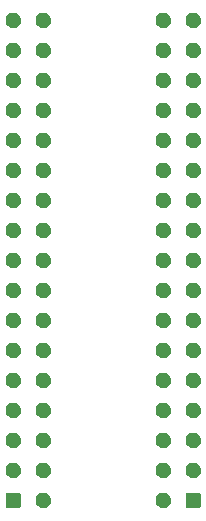
<source format=gbr>
G04 #@! TF.GenerationSoftware,KiCad,Pcbnew,5.1.6*
G04 #@! TF.CreationDate,2020-07-16T15:28:18+01:00*
G04 #@! TF.ProjectId,EZ-DF0,455a2d44-4630-42e6-9b69-6361645f7063,rev?*
G04 #@! TF.SameCoordinates,Original*
G04 #@! TF.FileFunction,Soldermask,Bot*
G04 #@! TF.FilePolarity,Negative*
%FSLAX46Y46*%
G04 Gerber Fmt 4.6, Leading zero omitted, Abs format (unit mm)*
G04 Created by KiCad (PCBNEW 5.1.6) date 2020-07-16 15:28:18*
%MOMM*%
%LPD*%
G01*
G04 APERTURE LIST*
%ADD10C,0.100000*%
G04 APERTURE END LIST*
D10*
G36*
X128753575Y-104759376D02*
G01*
X128793463Y-104771475D01*
X128830221Y-104791123D01*
X128862438Y-104817562D01*
X128888877Y-104849779D01*
X128908525Y-104886537D01*
X128920624Y-104926425D01*
X128925000Y-104970848D01*
X128925000Y-105849152D01*
X128920624Y-105893575D01*
X128908525Y-105933463D01*
X128888877Y-105970221D01*
X128862438Y-106002438D01*
X128830221Y-106028877D01*
X128793463Y-106048525D01*
X128753575Y-106060624D01*
X128709152Y-106065000D01*
X127830848Y-106065000D01*
X127786425Y-106060624D01*
X127746537Y-106048525D01*
X127709779Y-106028877D01*
X127677562Y-106002438D01*
X127651123Y-105970221D01*
X127631475Y-105933463D01*
X127619376Y-105893575D01*
X127615000Y-105849152D01*
X127615000Y-104970848D01*
X127619376Y-104926425D01*
X127631475Y-104886537D01*
X127651123Y-104849779D01*
X127677562Y-104817562D01*
X127709779Y-104791123D01*
X127746537Y-104771475D01*
X127786425Y-104759376D01*
X127830848Y-104755000D01*
X128709152Y-104755000D01*
X128753575Y-104759376D01*
G37*
G36*
X143993575Y-104759376D02*
G01*
X144033463Y-104771475D01*
X144070221Y-104791123D01*
X144102438Y-104817562D01*
X144128877Y-104849779D01*
X144148525Y-104886537D01*
X144160624Y-104926425D01*
X144165000Y-104970848D01*
X144165000Y-105849152D01*
X144160624Y-105893575D01*
X144148525Y-105933463D01*
X144128877Y-105970221D01*
X144102438Y-106002438D01*
X144070221Y-106028877D01*
X144033463Y-106048525D01*
X143993575Y-106060624D01*
X143949152Y-106065000D01*
X143070848Y-106065000D01*
X143026425Y-106060624D01*
X142986537Y-106048525D01*
X142949779Y-106028877D01*
X142917562Y-106002438D01*
X142891123Y-105970221D01*
X142871475Y-105933463D01*
X142859376Y-105893575D01*
X142855000Y-105849152D01*
X142855000Y-104970848D01*
X142859376Y-104926425D01*
X142871475Y-104886537D01*
X142891123Y-104849779D01*
X142917562Y-104817562D01*
X142949779Y-104791123D01*
X142986537Y-104771475D01*
X143026425Y-104759376D01*
X143070848Y-104755000D01*
X143949152Y-104755000D01*
X143993575Y-104759376D01*
G37*
G36*
X141161055Y-104780171D02*
G01*
X141280261Y-104829547D01*
X141387537Y-104901227D01*
X141478773Y-104992463D01*
X141550453Y-105099739D01*
X141599829Y-105218945D01*
X141625000Y-105345487D01*
X141625000Y-105474513D01*
X141599829Y-105601055D01*
X141550453Y-105720261D01*
X141478773Y-105827537D01*
X141387537Y-105918773D01*
X141280261Y-105990453D01*
X141161055Y-106039829D01*
X141034513Y-106065000D01*
X140905487Y-106065000D01*
X140778945Y-106039829D01*
X140659739Y-105990453D01*
X140552463Y-105918773D01*
X140461227Y-105827537D01*
X140389547Y-105720261D01*
X140340171Y-105601055D01*
X140315000Y-105474513D01*
X140315000Y-105345487D01*
X140340171Y-105218945D01*
X140389547Y-105099739D01*
X140461227Y-104992463D01*
X140552463Y-104901227D01*
X140659739Y-104829547D01*
X140778945Y-104780171D01*
X140905487Y-104755000D01*
X141034513Y-104755000D01*
X141161055Y-104780171D01*
G37*
G36*
X131001055Y-104780171D02*
G01*
X131120261Y-104829547D01*
X131227537Y-104901227D01*
X131318773Y-104992463D01*
X131390453Y-105099739D01*
X131439829Y-105218945D01*
X131465000Y-105345487D01*
X131465000Y-105474513D01*
X131439829Y-105601055D01*
X131390453Y-105720261D01*
X131318773Y-105827537D01*
X131227537Y-105918773D01*
X131120261Y-105990453D01*
X131001055Y-106039829D01*
X130874513Y-106065000D01*
X130745487Y-106065000D01*
X130618945Y-106039829D01*
X130499739Y-105990453D01*
X130392463Y-105918773D01*
X130301227Y-105827537D01*
X130229547Y-105720261D01*
X130180171Y-105601055D01*
X130155000Y-105474513D01*
X130155000Y-105345487D01*
X130180171Y-105218945D01*
X130229547Y-105099739D01*
X130301227Y-104992463D01*
X130392463Y-104901227D01*
X130499739Y-104829547D01*
X130618945Y-104780171D01*
X130745487Y-104755000D01*
X130874513Y-104755000D01*
X131001055Y-104780171D01*
G37*
G36*
X131001055Y-102240171D02*
G01*
X131120261Y-102289547D01*
X131227537Y-102361227D01*
X131318773Y-102452463D01*
X131390453Y-102559739D01*
X131439829Y-102678945D01*
X131465000Y-102805487D01*
X131465000Y-102934513D01*
X131439829Y-103061055D01*
X131390453Y-103180261D01*
X131318773Y-103287537D01*
X131227537Y-103378773D01*
X131120261Y-103450453D01*
X131001055Y-103499829D01*
X130874513Y-103525000D01*
X130745487Y-103525000D01*
X130618945Y-103499829D01*
X130499739Y-103450453D01*
X130392463Y-103378773D01*
X130301227Y-103287537D01*
X130229547Y-103180261D01*
X130180171Y-103061055D01*
X130155000Y-102934513D01*
X130155000Y-102805487D01*
X130180171Y-102678945D01*
X130229547Y-102559739D01*
X130301227Y-102452463D01*
X130392463Y-102361227D01*
X130499739Y-102289547D01*
X130618945Y-102240171D01*
X130745487Y-102215000D01*
X130874513Y-102215000D01*
X131001055Y-102240171D01*
G37*
G36*
X128461055Y-102240171D02*
G01*
X128580261Y-102289547D01*
X128687537Y-102361227D01*
X128778773Y-102452463D01*
X128850453Y-102559739D01*
X128899829Y-102678945D01*
X128925000Y-102805487D01*
X128925000Y-102934513D01*
X128899829Y-103061055D01*
X128850453Y-103180261D01*
X128778773Y-103287537D01*
X128687537Y-103378773D01*
X128580261Y-103450453D01*
X128461055Y-103499829D01*
X128334513Y-103525000D01*
X128205487Y-103525000D01*
X128078945Y-103499829D01*
X127959739Y-103450453D01*
X127852463Y-103378773D01*
X127761227Y-103287537D01*
X127689547Y-103180261D01*
X127640171Y-103061055D01*
X127615000Y-102934513D01*
X127615000Y-102805487D01*
X127640171Y-102678945D01*
X127689547Y-102559739D01*
X127761227Y-102452463D01*
X127852463Y-102361227D01*
X127959739Y-102289547D01*
X128078945Y-102240171D01*
X128205487Y-102215000D01*
X128334513Y-102215000D01*
X128461055Y-102240171D01*
G37*
G36*
X141161055Y-102240171D02*
G01*
X141280261Y-102289547D01*
X141387537Y-102361227D01*
X141478773Y-102452463D01*
X141550453Y-102559739D01*
X141599829Y-102678945D01*
X141625000Y-102805487D01*
X141625000Y-102934513D01*
X141599829Y-103061055D01*
X141550453Y-103180261D01*
X141478773Y-103287537D01*
X141387537Y-103378773D01*
X141280261Y-103450453D01*
X141161055Y-103499829D01*
X141034513Y-103525000D01*
X140905487Y-103525000D01*
X140778945Y-103499829D01*
X140659739Y-103450453D01*
X140552463Y-103378773D01*
X140461227Y-103287537D01*
X140389547Y-103180261D01*
X140340171Y-103061055D01*
X140315000Y-102934513D01*
X140315000Y-102805487D01*
X140340171Y-102678945D01*
X140389547Y-102559739D01*
X140461227Y-102452463D01*
X140552463Y-102361227D01*
X140659739Y-102289547D01*
X140778945Y-102240171D01*
X140905487Y-102215000D01*
X141034513Y-102215000D01*
X141161055Y-102240171D01*
G37*
G36*
X143701055Y-102240171D02*
G01*
X143820261Y-102289547D01*
X143927537Y-102361227D01*
X144018773Y-102452463D01*
X144090453Y-102559739D01*
X144139829Y-102678945D01*
X144165000Y-102805487D01*
X144165000Y-102934513D01*
X144139829Y-103061055D01*
X144090453Y-103180261D01*
X144018773Y-103287537D01*
X143927537Y-103378773D01*
X143820261Y-103450453D01*
X143701055Y-103499829D01*
X143574513Y-103525000D01*
X143445487Y-103525000D01*
X143318945Y-103499829D01*
X143199739Y-103450453D01*
X143092463Y-103378773D01*
X143001227Y-103287537D01*
X142929547Y-103180261D01*
X142880171Y-103061055D01*
X142855000Y-102934513D01*
X142855000Y-102805487D01*
X142880171Y-102678945D01*
X142929547Y-102559739D01*
X143001227Y-102452463D01*
X143092463Y-102361227D01*
X143199739Y-102289547D01*
X143318945Y-102240171D01*
X143445487Y-102215000D01*
X143574513Y-102215000D01*
X143701055Y-102240171D01*
G37*
G36*
X128461055Y-99700171D02*
G01*
X128580261Y-99749547D01*
X128687537Y-99821227D01*
X128778773Y-99912463D01*
X128850453Y-100019739D01*
X128899829Y-100138945D01*
X128925000Y-100265487D01*
X128925000Y-100394513D01*
X128899829Y-100521055D01*
X128850453Y-100640261D01*
X128778773Y-100747537D01*
X128687537Y-100838773D01*
X128580261Y-100910453D01*
X128461055Y-100959829D01*
X128334513Y-100985000D01*
X128205487Y-100985000D01*
X128078945Y-100959829D01*
X127959739Y-100910453D01*
X127852463Y-100838773D01*
X127761227Y-100747537D01*
X127689547Y-100640261D01*
X127640171Y-100521055D01*
X127615000Y-100394513D01*
X127615000Y-100265487D01*
X127640171Y-100138945D01*
X127689547Y-100019739D01*
X127761227Y-99912463D01*
X127852463Y-99821227D01*
X127959739Y-99749547D01*
X128078945Y-99700171D01*
X128205487Y-99675000D01*
X128334513Y-99675000D01*
X128461055Y-99700171D01*
G37*
G36*
X143701055Y-99700171D02*
G01*
X143820261Y-99749547D01*
X143927537Y-99821227D01*
X144018773Y-99912463D01*
X144090453Y-100019739D01*
X144139829Y-100138945D01*
X144165000Y-100265487D01*
X144165000Y-100394513D01*
X144139829Y-100521055D01*
X144090453Y-100640261D01*
X144018773Y-100747537D01*
X143927537Y-100838773D01*
X143820261Y-100910453D01*
X143701055Y-100959829D01*
X143574513Y-100985000D01*
X143445487Y-100985000D01*
X143318945Y-100959829D01*
X143199739Y-100910453D01*
X143092463Y-100838773D01*
X143001227Y-100747537D01*
X142929547Y-100640261D01*
X142880171Y-100521055D01*
X142855000Y-100394513D01*
X142855000Y-100265487D01*
X142880171Y-100138945D01*
X142929547Y-100019739D01*
X143001227Y-99912463D01*
X143092463Y-99821227D01*
X143199739Y-99749547D01*
X143318945Y-99700171D01*
X143445487Y-99675000D01*
X143574513Y-99675000D01*
X143701055Y-99700171D01*
G37*
G36*
X141161055Y-99700171D02*
G01*
X141280261Y-99749547D01*
X141387537Y-99821227D01*
X141478773Y-99912463D01*
X141550453Y-100019739D01*
X141599829Y-100138945D01*
X141625000Y-100265487D01*
X141625000Y-100394513D01*
X141599829Y-100521055D01*
X141550453Y-100640261D01*
X141478773Y-100747537D01*
X141387537Y-100838773D01*
X141280261Y-100910453D01*
X141161055Y-100959829D01*
X141034513Y-100985000D01*
X140905487Y-100985000D01*
X140778945Y-100959829D01*
X140659739Y-100910453D01*
X140552463Y-100838773D01*
X140461227Y-100747537D01*
X140389547Y-100640261D01*
X140340171Y-100521055D01*
X140315000Y-100394513D01*
X140315000Y-100265487D01*
X140340171Y-100138945D01*
X140389547Y-100019739D01*
X140461227Y-99912463D01*
X140552463Y-99821227D01*
X140659739Y-99749547D01*
X140778945Y-99700171D01*
X140905487Y-99675000D01*
X141034513Y-99675000D01*
X141161055Y-99700171D01*
G37*
G36*
X131001055Y-99700171D02*
G01*
X131120261Y-99749547D01*
X131227537Y-99821227D01*
X131318773Y-99912463D01*
X131390453Y-100019739D01*
X131439829Y-100138945D01*
X131465000Y-100265487D01*
X131465000Y-100394513D01*
X131439829Y-100521055D01*
X131390453Y-100640261D01*
X131318773Y-100747537D01*
X131227537Y-100838773D01*
X131120261Y-100910453D01*
X131001055Y-100959829D01*
X130874513Y-100985000D01*
X130745487Y-100985000D01*
X130618945Y-100959829D01*
X130499739Y-100910453D01*
X130392463Y-100838773D01*
X130301227Y-100747537D01*
X130229547Y-100640261D01*
X130180171Y-100521055D01*
X130155000Y-100394513D01*
X130155000Y-100265487D01*
X130180171Y-100138945D01*
X130229547Y-100019739D01*
X130301227Y-99912463D01*
X130392463Y-99821227D01*
X130499739Y-99749547D01*
X130618945Y-99700171D01*
X130745487Y-99675000D01*
X130874513Y-99675000D01*
X131001055Y-99700171D01*
G37*
G36*
X141161055Y-97160171D02*
G01*
X141280261Y-97209547D01*
X141387537Y-97281227D01*
X141478773Y-97372463D01*
X141550453Y-97479739D01*
X141599829Y-97598945D01*
X141625000Y-97725487D01*
X141625000Y-97854513D01*
X141599829Y-97981055D01*
X141550453Y-98100261D01*
X141478773Y-98207537D01*
X141387537Y-98298773D01*
X141280261Y-98370453D01*
X141161055Y-98419829D01*
X141034513Y-98445000D01*
X140905487Y-98445000D01*
X140778945Y-98419829D01*
X140659739Y-98370453D01*
X140552463Y-98298773D01*
X140461227Y-98207537D01*
X140389547Y-98100261D01*
X140340171Y-97981055D01*
X140315000Y-97854513D01*
X140315000Y-97725487D01*
X140340171Y-97598945D01*
X140389547Y-97479739D01*
X140461227Y-97372463D01*
X140552463Y-97281227D01*
X140659739Y-97209547D01*
X140778945Y-97160171D01*
X140905487Y-97135000D01*
X141034513Y-97135000D01*
X141161055Y-97160171D01*
G37*
G36*
X128461055Y-97160171D02*
G01*
X128580261Y-97209547D01*
X128687537Y-97281227D01*
X128778773Y-97372463D01*
X128850453Y-97479739D01*
X128899829Y-97598945D01*
X128925000Y-97725487D01*
X128925000Y-97854513D01*
X128899829Y-97981055D01*
X128850453Y-98100261D01*
X128778773Y-98207537D01*
X128687537Y-98298773D01*
X128580261Y-98370453D01*
X128461055Y-98419829D01*
X128334513Y-98445000D01*
X128205487Y-98445000D01*
X128078945Y-98419829D01*
X127959739Y-98370453D01*
X127852463Y-98298773D01*
X127761227Y-98207537D01*
X127689547Y-98100261D01*
X127640171Y-97981055D01*
X127615000Y-97854513D01*
X127615000Y-97725487D01*
X127640171Y-97598945D01*
X127689547Y-97479739D01*
X127761227Y-97372463D01*
X127852463Y-97281227D01*
X127959739Y-97209547D01*
X128078945Y-97160171D01*
X128205487Y-97135000D01*
X128334513Y-97135000D01*
X128461055Y-97160171D01*
G37*
G36*
X143701055Y-97160171D02*
G01*
X143820261Y-97209547D01*
X143927537Y-97281227D01*
X144018773Y-97372463D01*
X144090453Y-97479739D01*
X144139829Y-97598945D01*
X144165000Y-97725487D01*
X144165000Y-97854513D01*
X144139829Y-97981055D01*
X144090453Y-98100261D01*
X144018773Y-98207537D01*
X143927537Y-98298773D01*
X143820261Y-98370453D01*
X143701055Y-98419829D01*
X143574513Y-98445000D01*
X143445487Y-98445000D01*
X143318945Y-98419829D01*
X143199739Y-98370453D01*
X143092463Y-98298773D01*
X143001227Y-98207537D01*
X142929547Y-98100261D01*
X142880171Y-97981055D01*
X142855000Y-97854513D01*
X142855000Y-97725487D01*
X142880171Y-97598945D01*
X142929547Y-97479739D01*
X143001227Y-97372463D01*
X143092463Y-97281227D01*
X143199739Y-97209547D01*
X143318945Y-97160171D01*
X143445487Y-97135000D01*
X143574513Y-97135000D01*
X143701055Y-97160171D01*
G37*
G36*
X131001055Y-97160171D02*
G01*
X131120261Y-97209547D01*
X131227537Y-97281227D01*
X131318773Y-97372463D01*
X131390453Y-97479739D01*
X131439829Y-97598945D01*
X131465000Y-97725487D01*
X131465000Y-97854513D01*
X131439829Y-97981055D01*
X131390453Y-98100261D01*
X131318773Y-98207537D01*
X131227537Y-98298773D01*
X131120261Y-98370453D01*
X131001055Y-98419829D01*
X130874513Y-98445000D01*
X130745487Y-98445000D01*
X130618945Y-98419829D01*
X130499739Y-98370453D01*
X130392463Y-98298773D01*
X130301227Y-98207537D01*
X130229547Y-98100261D01*
X130180171Y-97981055D01*
X130155000Y-97854513D01*
X130155000Y-97725487D01*
X130180171Y-97598945D01*
X130229547Y-97479739D01*
X130301227Y-97372463D01*
X130392463Y-97281227D01*
X130499739Y-97209547D01*
X130618945Y-97160171D01*
X130745487Y-97135000D01*
X130874513Y-97135000D01*
X131001055Y-97160171D01*
G37*
G36*
X131001055Y-94620171D02*
G01*
X131120261Y-94669547D01*
X131227537Y-94741227D01*
X131318773Y-94832463D01*
X131390453Y-94939739D01*
X131439829Y-95058945D01*
X131465000Y-95185487D01*
X131465000Y-95314513D01*
X131439829Y-95441055D01*
X131390453Y-95560261D01*
X131318773Y-95667537D01*
X131227537Y-95758773D01*
X131120261Y-95830453D01*
X131001055Y-95879829D01*
X130874513Y-95905000D01*
X130745487Y-95905000D01*
X130618945Y-95879829D01*
X130499739Y-95830453D01*
X130392463Y-95758773D01*
X130301227Y-95667537D01*
X130229547Y-95560261D01*
X130180171Y-95441055D01*
X130155000Y-95314513D01*
X130155000Y-95185487D01*
X130180171Y-95058945D01*
X130229547Y-94939739D01*
X130301227Y-94832463D01*
X130392463Y-94741227D01*
X130499739Y-94669547D01*
X130618945Y-94620171D01*
X130745487Y-94595000D01*
X130874513Y-94595000D01*
X131001055Y-94620171D01*
G37*
G36*
X128461055Y-94620171D02*
G01*
X128580261Y-94669547D01*
X128687537Y-94741227D01*
X128778773Y-94832463D01*
X128850453Y-94939739D01*
X128899829Y-95058945D01*
X128925000Y-95185487D01*
X128925000Y-95314513D01*
X128899829Y-95441055D01*
X128850453Y-95560261D01*
X128778773Y-95667537D01*
X128687537Y-95758773D01*
X128580261Y-95830453D01*
X128461055Y-95879829D01*
X128334513Y-95905000D01*
X128205487Y-95905000D01*
X128078945Y-95879829D01*
X127959739Y-95830453D01*
X127852463Y-95758773D01*
X127761227Y-95667537D01*
X127689547Y-95560261D01*
X127640171Y-95441055D01*
X127615000Y-95314513D01*
X127615000Y-95185487D01*
X127640171Y-95058945D01*
X127689547Y-94939739D01*
X127761227Y-94832463D01*
X127852463Y-94741227D01*
X127959739Y-94669547D01*
X128078945Y-94620171D01*
X128205487Y-94595000D01*
X128334513Y-94595000D01*
X128461055Y-94620171D01*
G37*
G36*
X141161055Y-94620171D02*
G01*
X141280261Y-94669547D01*
X141387537Y-94741227D01*
X141478773Y-94832463D01*
X141550453Y-94939739D01*
X141599829Y-95058945D01*
X141625000Y-95185487D01*
X141625000Y-95314513D01*
X141599829Y-95441055D01*
X141550453Y-95560261D01*
X141478773Y-95667537D01*
X141387537Y-95758773D01*
X141280261Y-95830453D01*
X141161055Y-95879829D01*
X141034513Y-95905000D01*
X140905487Y-95905000D01*
X140778945Y-95879829D01*
X140659739Y-95830453D01*
X140552463Y-95758773D01*
X140461227Y-95667537D01*
X140389547Y-95560261D01*
X140340171Y-95441055D01*
X140315000Y-95314513D01*
X140315000Y-95185487D01*
X140340171Y-95058945D01*
X140389547Y-94939739D01*
X140461227Y-94832463D01*
X140552463Y-94741227D01*
X140659739Y-94669547D01*
X140778945Y-94620171D01*
X140905487Y-94595000D01*
X141034513Y-94595000D01*
X141161055Y-94620171D01*
G37*
G36*
X143701055Y-94620171D02*
G01*
X143820261Y-94669547D01*
X143927537Y-94741227D01*
X144018773Y-94832463D01*
X144090453Y-94939739D01*
X144139829Y-95058945D01*
X144165000Y-95185487D01*
X144165000Y-95314513D01*
X144139829Y-95441055D01*
X144090453Y-95560261D01*
X144018773Y-95667537D01*
X143927537Y-95758773D01*
X143820261Y-95830453D01*
X143701055Y-95879829D01*
X143574513Y-95905000D01*
X143445487Y-95905000D01*
X143318945Y-95879829D01*
X143199739Y-95830453D01*
X143092463Y-95758773D01*
X143001227Y-95667537D01*
X142929547Y-95560261D01*
X142880171Y-95441055D01*
X142855000Y-95314513D01*
X142855000Y-95185487D01*
X142880171Y-95058945D01*
X142929547Y-94939739D01*
X143001227Y-94832463D01*
X143092463Y-94741227D01*
X143199739Y-94669547D01*
X143318945Y-94620171D01*
X143445487Y-94595000D01*
X143574513Y-94595000D01*
X143701055Y-94620171D01*
G37*
G36*
X128461055Y-92080171D02*
G01*
X128580261Y-92129547D01*
X128687537Y-92201227D01*
X128778773Y-92292463D01*
X128850453Y-92399739D01*
X128899829Y-92518945D01*
X128925000Y-92645487D01*
X128925000Y-92774513D01*
X128899829Y-92901055D01*
X128850453Y-93020261D01*
X128778773Y-93127537D01*
X128687537Y-93218773D01*
X128580261Y-93290453D01*
X128461055Y-93339829D01*
X128334513Y-93365000D01*
X128205487Y-93365000D01*
X128078945Y-93339829D01*
X127959739Y-93290453D01*
X127852463Y-93218773D01*
X127761227Y-93127537D01*
X127689547Y-93020261D01*
X127640171Y-92901055D01*
X127615000Y-92774513D01*
X127615000Y-92645487D01*
X127640171Y-92518945D01*
X127689547Y-92399739D01*
X127761227Y-92292463D01*
X127852463Y-92201227D01*
X127959739Y-92129547D01*
X128078945Y-92080171D01*
X128205487Y-92055000D01*
X128334513Y-92055000D01*
X128461055Y-92080171D01*
G37*
G36*
X143701055Y-92080171D02*
G01*
X143820261Y-92129547D01*
X143927537Y-92201227D01*
X144018773Y-92292463D01*
X144090453Y-92399739D01*
X144139829Y-92518945D01*
X144165000Y-92645487D01*
X144165000Y-92774513D01*
X144139829Y-92901055D01*
X144090453Y-93020261D01*
X144018773Y-93127537D01*
X143927537Y-93218773D01*
X143820261Y-93290453D01*
X143701055Y-93339829D01*
X143574513Y-93365000D01*
X143445487Y-93365000D01*
X143318945Y-93339829D01*
X143199739Y-93290453D01*
X143092463Y-93218773D01*
X143001227Y-93127537D01*
X142929547Y-93020261D01*
X142880171Y-92901055D01*
X142855000Y-92774513D01*
X142855000Y-92645487D01*
X142880171Y-92518945D01*
X142929547Y-92399739D01*
X143001227Y-92292463D01*
X143092463Y-92201227D01*
X143199739Y-92129547D01*
X143318945Y-92080171D01*
X143445487Y-92055000D01*
X143574513Y-92055000D01*
X143701055Y-92080171D01*
G37*
G36*
X131001055Y-92080171D02*
G01*
X131120261Y-92129547D01*
X131227537Y-92201227D01*
X131318773Y-92292463D01*
X131390453Y-92399739D01*
X131439829Y-92518945D01*
X131465000Y-92645487D01*
X131465000Y-92774513D01*
X131439829Y-92901055D01*
X131390453Y-93020261D01*
X131318773Y-93127537D01*
X131227537Y-93218773D01*
X131120261Y-93290453D01*
X131001055Y-93339829D01*
X130874513Y-93365000D01*
X130745487Y-93365000D01*
X130618945Y-93339829D01*
X130499739Y-93290453D01*
X130392463Y-93218773D01*
X130301227Y-93127537D01*
X130229547Y-93020261D01*
X130180171Y-92901055D01*
X130155000Y-92774513D01*
X130155000Y-92645487D01*
X130180171Y-92518945D01*
X130229547Y-92399739D01*
X130301227Y-92292463D01*
X130392463Y-92201227D01*
X130499739Y-92129547D01*
X130618945Y-92080171D01*
X130745487Y-92055000D01*
X130874513Y-92055000D01*
X131001055Y-92080171D01*
G37*
G36*
X141161055Y-92080171D02*
G01*
X141280261Y-92129547D01*
X141387537Y-92201227D01*
X141478773Y-92292463D01*
X141550453Y-92399739D01*
X141599829Y-92518945D01*
X141625000Y-92645487D01*
X141625000Y-92774513D01*
X141599829Y-92901055D01*
X141550453Y-93020261D01*
X141478773Y-93127537D01*
X141387537Y-93218773D01*
X141280261Y-93290453D01*
X141161055Y-93339829D01*
X141034513Y-93365000D01*
X140905487Y-93365000D01*
X140778945Y-93339829D01*
X140659739Y-93290453D01*
X140552463Y-93218773D01*
X140461227Y-93127537D01*
X140389547Y-93020261D01*
X140340171Y-92901055D01*
X140315000Y-92774513D01*
X140315000Y-92645487D01*
X140340171Y-92518945D01*
X140389547Y-92399739D01*
X140461227Y-92292463D01*
X140552463Y-92201227D01*
X140659739Y-92129547D01*
X140778945Y-92080171D01*
X140905487Y-92055000D01*
X141034513Y-92055000D01*
X141161055Y-92080171D01*
G37*
G36*
X141161055Y-89540171D02*
G01*
X141280261Y-89589547D01*
X141387537Y-89661227D01*
X141478773Y-89752463D01*
X141550453Y-89859739D01*
X141599829Y-89978945D01*
X141625000Y-90105487D01*
X141625000Y-90234513D01*
X141599829Y-90361055D01*
X141550453Y-90480261D01*
X141478773Y-90587537D01*
X141387537Y-90678773D01*
X141280261Y-90750453D01*
X141161055Y-90799829D01*
X141034513Y-90825000D01*
X140905487Y-90825000D01*
X140778945Y-90799829D01*
X140659739Y-90750453D01*
X140552463Y-90678773D01*
X140461227Y-90587537D01*
X140389547Y-90480261D01*
X140340171Y-90361055D01*
X140315000Y-90234513D01*
X140315000Y-90105487D01*
X140340171Y-89978945D01*
X140389547Y-89859739D01*
X140461227Y-89752463D01*
X140552463Y-89661227D01*
X140659739Y-89589547D01*
X140778945Y-89540171D01*
X140905487Y-89515000D01*
X141034513Y-89515000D01*
X141161055Y-89540171D01*
G37*
G36*
X143701055Y-89540171D02*
G01*
X143820261Y-89589547D01*
X143927537Y-89661227D01*
X144018773Y-89752463D01*
X144090453Y-89859739D01*
X144139829Y-89978945D01*
X144165000Y-90105487D01*
X144165000Y-90234513D01*
X144139829Y-90361055D01*
X144090453Y-90480261D01*
X144018773Y-90587537D01*
X143927537Y-90678773D01*
X143820261Y-90750453D01*
X143701055Y-90799829D01*
X143574513Y-90825000D01*
X143445487Y-90825000D01*
X143318945Y-90799829D01*
X143199739Y-90750453D01*
X143092463Y-90678773D01*
X143001227Y-90587537D01*
X142929547Y-90480261D01*
X142880171Y-90361055D01*
X142855000Y-90234513D01*
X142855000Y-90105487D01*
X142880171Y-89978945D01*
X142929547Y-89859739D01*
X143001227Y-89752463D01*
X143092463Y-89661227D01*
X143199739Y-89589547D01*
X143318945Y-89540171D01*
X143445487Y-89515000D01*
X143574513Y-89515000D01*
X143701055Y-89540171D01*
G37*
G36*
X128461055Y-89540171D02*
G01*
X128580261Y-89589547D01*
X128687537Y-89661227D01*
X128778773Y-89752463D01*
X128850453Y-89859739D01*
X128899829Y-89978945D01*
X128925000Y-90105487D01*
X128925000Y-90234513D01*
X128899829Y-90361055D01*
X128850453Y-90480261D01*
X128778773Y-90587537D01*
X128687537Y-90678773D01*
X128580261Y-90750453D01*
X128461055Y-90799829D01*
X128334513Y-90825000D01*
X128205487Y-90825000D01*
X128078945Y-90799829D01*
X127959739Y-90750453D01*
X127852463Y-90678773D01*
X127761227Y-90587537D01*
X127689547Y-90480261D01*
X127640171Y-90361055D01*
X127615000Y-90234513D01*
X127615000Y-90105487D01*
X127640171Y-89978945D01*
X127689547Y-89859739D01*
X127761227Y-89752463D01*
X127852463Y-89661227D01*
X127959739Y-89589547D01*
X128078945Y-89540171D01*
X128205487Y-89515000D01*
X128334513Y-89515000D01*
X128461055Y-89540171D01*
G37*
G36*
X131001055Y-89540171D02*
G01*
X131120261Y-89589547D01*
X131227537Y-89661227D01*
X131318773Y-89752463D01*
X131390453Y-89859739D01*
X131439829Y-89978945D01*
X131465000Y-90105487D01*
X131465000Y-90234513D01*
X131439829Y-90361055D01*
X131390453Y-90480261D01*
X131318773Y-90587537D01*
X131227537Y-90678773D01*
X131120261Y-90750453D01*
X131001055Y-90799829D01*
X130874513Y-90825000D01*
X130745487Y-90825000D01*
X130618945Y-90799829D01*
X130499739Y-90750453D01*
X130392463Y-90678773D01*
X130301227Y-90587537D01*
X130229547Y-90480261D01*
X130180171Y-90361055D01*
X130155000Y-90234513D01*
X130155000Y-90105487D01*
X130180171Y-89978945D01*
X130229547Y-89859739D01*
X130301227Y-89752463D01*
X130392463Y-89661227D01*
X130499739Y-89589547D01*
X130618945Y-89540171D01*
X130745487Y-89515000D01*
X130874513Y-89515000D01*
X131001055Y-89540171D01*
G37*
G36*
X128461055Y-87000171D02*
G01*
X128580261Y-87049547D01*
X128687537Y-87121227D01*
X128778773Y-87212463D01*
X128850453Y-87319739D01*
X128899829Y-87438945D01*
X128925000Y-87565487D01*
X128925000Y-87694513D01*
X128899829Y-87821055D01*
X128850453Y-87940261D01*
X128778773Y-88047537D01*
X128687537Y-88138773D01*
X128580261Y-88210453D01*
X128461055Y-88259829D01*
X128334513Y-88285000D01*
X128205487Y-88285000D01*
X128078945Y-88259829D01*
X127959739Y-88210453D01*
X127852463Y-88138773D01*
X127761227Y-88047537D01*
X127689547Y-87940261D01*
X127640171Y-87821055D01*
X127615000Y-87694513D01*
X127615000Y-87565487D01*
X127640171Y-87438945D01*
X127689547Y-87319739D01*
X127761227Y-87212463D01*
X127852463Y-87121227D01*
X127959739Y-87049547D01*
X128078945Y-87000171D01*
X128205487Y-86975000D01*
X128334513Y-86975000D01*
X128461055Y-87000171D01*
G37*
G36*
X143701055Y-87000171D02*
G01*
X143820261Y-87049547D01*
X143927537Y-87121227D01*
X144018773Y-87212463D01*
X144090453Y-87319739D01*
X144139829Y-87438945D01*
X144165000Y-87565487D01*
X144165000Y-87694513D01*
X144139829Y-87821055D01*
X144090453Y-87940261D01*
X144018773Y-88047537D01*
X143927537Y-88138773D01*
X143820261Y-88210453D01*
X143701055Y-88259829D01*
X143574513Y-88285000D01*
X143445487Y-88285000D01*
X143318945Y-88259829D01*
X143199739Y-88210453D01*
X143092463Y-88138773D01*
X143001227Y-88047537D01*
X142929547Y-87940261D01*
X142880171Y-87821055D01*
X142855000Y-87694513D01*
X142855000Y-87565487D01*
X142880171Y-87438945D01*
X142929547Y-87319739D01*
X143001227Y-87212463D01*
X143092463Y-87121227D01*
X143199739Y-87049547D01*
X143318945Y-87000171D01*
X143445487Y-86975000D01*
X143574513Y-86975000D01*
X143701055Y-87000171D01*
G37*
G36*
X141161055Y-87000171D02*
G01*
X141280261Y-87049547D01*
X141387537Y-87121227D01*
X141478773Y-87212463D01*
X141550453Y-87319739D01*
X141599829Y-87438945D01*
X141625000Y-87565487D01*
X141625000Y-87694513D01*
X141599829Y-87821055D01*
X141550453Y-87940261D01*
X141478773Y-88047537D01*
X141387537Y-88138773D01*
X141280261Y-88210453D01*
X141161055Y-88259829D01*
X141034513Y-88285000D01*
X140905487Y-88285000D01*
X140778945Y-88259829D01*
X140659739Y-88210453D01*
X140552463Y-88138773D01*
X140461227Y-88047537D01*
X140389547Y-87940261D01*
X140340171Y-87821055D01*
X140315000Y-87694513D01*
X140315000Y-87565487D01*
X140340171Y-87438945D01*
X140389547Y-87319739D01*
X140461227Y-87212463D01*
X140552463Y-87121227D01*
X140659739Y-87049547D01*
X140778945Y-87000171D01*
X140905487Y-86975000D01*
X141034513Y-86975000D01*
X141161055Y-87000171D01*
G37*
G36*
X131001055Y-87000171D02*
G01*
X131120261Y-87049547D01*
X131227537Y-87121227D01*
X131318773Y-87212463D01*
X131390453Y-87319739D01*
X131439829Y-87438945D01*
X131465000Y-87565487D01*
X131465000Y-87694513D01*
X131439829Y-87821055D01*
X131390453Y-87940261D01*
X131318773Y-88047537D01*
X131227537Y-88138773D01*
X131120261Y-88210453D01*
X131001055Y-88259829D01*
X130874513Y-88285000D01*
X130745487Y-88285000D01*
X130618945Y-88259829D01*
X130499739Y-88210453D01*
X130392463Y-88138773D01*
X130301227Y-88047537D01*
X130229547Y-87940261D01*
X130180171Y-87821055D01*
X130155000Y-87694513D01*
X130155000Y-87565487D01*
X130180171Y-87438945D01*
X130229547Y-87319739D01*
X130301227Y-87212463D01*
X130392463Y-87121227D01*
X130499739Y-87049547D01*
X130618945Y-87000171D01*
X130745487Y-86975000D01*
X130874513Y-86975000D01*
X131001055Y-87000171D01*
G37*
G36*
X128461055Y-84460171D02*
G01*
X128580261Y-84509547D01*
X128687537Y-84581227D01*
X128778773Y-84672463D01*
X128850453Y-84779739D01*
X128899829Y-84898945D01*
X128925000Y-85025487D01*
X128925000Y-85154513D01*
X128899829Y-85281055D01*
X128850453Y-85400261D01*
X128778773Y-85507537D01*
X128687537Y-85598773D01*
X128580261Y-85670453D01*
X128461055Y-85719829D01*
X128334513Y-85745000D01*
X128205487Y-85745000D01*
X128078945Y-85719829D01*
X127959739Y-85670453D01*
X127852463Y-85598773D01*
X127761227Y-85507537D01*
X127689547Y-85400261D01*
X127640171Y-85281055D01*
X127615000Y-85154513D01*
X127615000Y-85025487D01*
X127640171Y-84898945D01*
X127689547Y-84779739D01*
X127761227Y-84672463D01*
X127852463Y-84581227D01*
X127959739Y-84509547D01*
X128078945Y-84460171D01*
X128205487Y-84435000D01*
X128334513Y-84435000D01*
X128461055Y-84460171D01*
G37*
G36*
X131001055Y-84460171D02*
G01*
X131120261Y-84509547D01*
X131227537Y-84581227D01*
X131318773Y-84672463D01*
X131390453Y-84779739D01*
X131439829Y-84898945D01*
X131465000Y-85025487D01*
X131465000Y-85154513D01*
X131439829Y-85281055D01*
X131390453Y-85400261D01*
X131318773Y-85507537D01*
X131227537Y-85598773D01*
X131120261Y-85670453D01*
X131001055Y-85719829D01*
X130874513Y-85745000D01*
X130745487Y-85745000D01*
X130618945Y-85719829D01*
X130499739Y-85670453D01*
X130392463Y-85598773D01*
X130301227Y-85507537D01*
X130229547Y-85400261D01*
X130180171Y-85281055D01*
X130155000Y-85154513D01*
X130155000Y-85025487D01*
X130180171Y-84898945D01*
X130229547Y-84779739D01*
X130301227Y-84672463D01*
X130392463Y-84581227D01*
X130499739Y-84509547D01*
X130618945Y-84460171D01*
X130745487Y-84435000D01*
X130874513Y-84435000D01*
X131001055Y-84460171D01*
G37*
G36*
X143701055Y-84460171D02*
G01*
X143820261Y-84509547D01*
X143927537Y-84581227D01*
X144018773Y-84672463D01*
X144090453Y-84779739D01*
X144139829Y-84898945D01*
X144165000Y-85025487D01*
X144165000Y-85154513D01*
X144139829Y-85281055D01*
X144090453Y-85400261D01*
X144018773Y-85507537D01*
X143927537Y-85598773D01*
X143820261Y-85670453D01*
X143701055Y-85719829D01*
X143574513Y-85745000D01*
X143445487Y-85745000D01*
X143318945Y-85719829D01*
X143199739Y-85670453D01*
X143092463Y-85598773D01*
X143001227Y-85507537D01*
X142929547Y-85400261D01*
X142880171Y-85281055D01*
X142855000Y-85154513D01*
X142855000Y-85025487D01*
X142880171Y-84898945D01*
X142929547Y-84779739D01*
X143001227Y-84672463D01*
X143092463Y-84581227D01*
X143199739Y-84509547D01*
X143318945Y-84460171D01*
X143445487Y-84435000D01*
X143574513Y-84435000D01*
X143701055Y-84460171D01*
G37*
G36*
X141161055Y-84460171D02*
G01*
X141280261Y-84509547D01*
X141387537Y-84581227D01*
X141478773Y-84672463D01*
X141550453Y-84779739D01*
X141599829Y-84898945D01*
X141625000Y-85025487D01*
X141625000Y-85154513D01*
X141599829Y-85281055D01*
X141550453Y-85400261D01*
X141478773Y-85507537D01*
X141387537Y-85598773D01*
X141280261Y-85670453D01*
X141161055Y-85719829D01*
X141034513Y-85745000D01*
X140905487Y-85745000D01*
X140778945Y-85719829D01*
X140659739Y-85670453D01*
X140552463Y-85598773D01*
X140461227Y-85507537D01*
X140389547Y-85400261D01*
X140340171Y-85281055D01*
X140315000Y-85154513D01*
X140315000Y-85025487D01*
X140340171Y-84898945D01*
X140389547Y-84779739D01*
X140461227Y-84672463D01*
X140552463Y-84581227D01*
X140659739Y-84509547D01*
X140778945Y-84460171D01*
X140905487Y-84435000D01*
X141034513Y-84435000D01*
X141161055Y-84460171D01*
G37*
G36*
X141161055Y-81920171D02*
G01*
X141280261Y-81969547D01*
X141387537Y-82041227D01*
X141478773Y-82132463D01*
X141550453Y-82239739D01*
X141599829Y-82358945D01*
X141625000Y-82485487D01*
X141625000Y-82614513D01*
X141599829Y-82741055D01*
X141550453Y-82860261D01*
X141478773Y-82967537D01*
X141387537Y-83058773D01*
X141280261Y-83130453D01*
X141161055Y-83179829D01*
X141034513Y-83205000D01*
X140905487Y-83205000D01*
X140778945Y-83179829D01*
X140659739Y-83130453D01*
X140552463Y-83058773D01*
X140461227Y-82967537D01*
X140389547Y-82860261D01*
X140340171Y-82741055D01*
X140315000Y-82614513D01*
X140315000Y-82485487D01*
X140340171Y-82358945D01*
X140389547Y-82239739D01*
X140461227Y-82132463D01*
X140552463Y-82041227D01*
X140659739Y-81969547D01*
X140778945Y-81920171D01*
X140905487Y-81895000D01*
X141034513Y-81895000D01*
X141161055Y-81920171D01*
G37*
G36*
X143701055Y-81920171D02*
G01*
X143820261Y-81969547D01*
X143927537Y-82041227D01*
X144018773Y-82132463D01*
X144090453Y-82239739D01*
X144139829Y-82358945D01*
X144165000Y-82485487D01*
X144165000Y-82614513D01*
X144139829Y-82741055D01*
X144090453Y-82860261D01*
X144018773Y-82967537D01*
X143927537Y-83058773D01*
X143820261Y-83130453D01*
X143701055Y-83179829D01*
X143574513Y-83205000D01*
X143445487Y-83205000D01*
X143318945Y-83179829D01*
X143199739Y-83130453D01*
X143092463Y-83058773D01*
X143001227Y-82967537D01*
X142929547Y-82860261D01*
X142880171Y-82741055D01*
X142855000Y-82614513D01*
X142855000Y-82485487D01*
X142880171Y-82358945D01*
X142929547Y-82239739D01*
X143001227Y-82132463D01*
X143092463Y-82041227D01*
X143199739Y-81969547D01*
X143318945Y-81920171D01*
X143445487Y-81895000D01*
X143574513Y-81895000D01*
X143701055Y-81920171D01*
G37*
G36*
X131001055Y-81920171D02*
G01*
X131120261Y-81969547D01*
X131227537Y-82041227D01*
X131318773Y-82132463D01*
X131390453Y-82239739D01*
X131439829Y-82358945D01*
X131465000Y-82485487D01*
X131465000Y-82614513D01*
X131439829Y-82741055D01*
X131390453Y-82860261D01*
X131318773Y-82967537D01*
X131227537Y-83058773D01*
X131120261Y-83130453D01*
X131001055Y-83179829D01*
X130874513Y-83205000D01*
X130745487Y-83205000D01*
X130618945Y-83179829D01*
X130499739Y-83130453D01*
X130392463Y-83058773D01*
X130301227Y-82967537D01*
X130229547Y-82860261D01*
X130180171Y-82741055D01*
X130155000Y-82614513D01*
X130155000Y-82485487D01*
X130180171Y-82358945D01*
X130229547Y-82239739D01*
X130301227Y-82132463D01*
X130392463Y-82041227D01*
X130499739Y-81969547D01*
X130618945Y-81920171D01*
X130745487Y-81895000D01*
X130874513Y-81895000D01*
X131001055Y-81920171D01*
G37*
G36*
X128461055Y-81920171D02*
G01*
X128580261Y-81969547D01*
X128687537Y-82041227D01*
X128778773Y-82132463D01*
X128850453Y-82239739D01*
X128899829Y-82358945D01*
X128925000Y-82485487D01*
X128925000Y-82614513D01*
X128899829Y-82741055D01*
X128850453Y-82860261D01*
X128778773Y-82967537D01*
X128687537Y-83058773D01*
X128580261Y-83130453D01*
X128461055Y-83179829D01*
X128334513Y-83205000D01*
X128205487Y-83205000D01*
X128078945Y-83179829D01*
X127959739Y-83130453D01*
X127852463Y-83058773D01*
X127761227Y-82967537D01*
X127689547Y-82860261D01*
X127640171Y-82741055D01*
X127615000Y-82614513D01*
X127615000Y-82485487D01*
X127640171Y-82358945D01*
X127689547Y-82239739D01*
X127761227Y-82132463D01*
X127852463Y-82041227D01*
X127959739Y-81969547D01*
X128078945Y-81920171D01*
X128205487Y-81895000D01*
X128334513Y-81895000D01*
X128461055Y-81920171D01*
G37*
G36*
X131001055Y-79380171D02*
G01*
X131120261Y-79429547D01*
X131227537Y-79501227D01*
X131318773Y-79592463D01*
X131390453Y-79699739D01*
X131439829Y-79818945D01*
X131465000Y-79945487D01*
X131465000Y-80074513D01*
X131439829Y-80201055D01*
X131390453Y-80320261D01*
X131318773Y-80427537D01*
X131227537Y-80518773D01*
X131120261Y-80590453D01*
X131001055Y-80639829D01*
X130874513Y-80665000D01*
X130745487Y-80665000D01*
X130618945Y-80639829D01*
X130499739Y-80590453D01*
X130392463Y-80518773D01*
X130301227Y-80427537D01*
X130229547Y-80320261D01*
X130180171Y-80201055D01*
X130155000Y-80074513D01*
X130155000Y-79945487D01*
X130180171Y-79818945D01*
X130229547Y-79699739D01*
X130301227Y-79592463D01*
X130392463Y-79501227D01*
X130499739Y-79429547D01*
X130618945Y-79380171D01*
X130745487Y-79355000D01*
X130874513Y-79355000D01*
X131001055Y-79380171D01*
G37*
G36*
X128461055Y-79380171D02*
G01*
X128580261Y-79429547D01*
X128687537Y-79501227D01*
X128778773Y-79592463D01*
X128850453Y-79699739D01*
X128899829Y-79818945D01*
X128925000Y-79945487D01*
X128925000Y-80074513D01*
X128899829Y-80201055D01*
X128850453Y-80320261D01*
X128778773Y-80427537D01*
X128687537Y-80518773D01*
X128580261Y-80590453D01*
X128461055Y-80639829D01*
X128334513Y-80665000D01*
X128205487Y-80665000D01*
X128078945Y-80639829D01*
X127959739Y-80590453D01*
X127852463Y-80518773D01*
X127761227Y-80427537D01*
X127689547Y-80320261D01*
X127640171Y-80201055D01*
X127615000Y-80074513D01*
X127615000Y-79945487D01*
X127640171Y-79818945D01*
X127689547Y-79699739D01*
X127761227Y-79592463D01*
X127852463Y-79501227D01*
X127959739Y-79429547D01*
X128078945Y-79380171D01*
X128205487Y-79355000D01*
X128334513Y-79355000D01*
X128461055Y-79380171D01*
G37*
G36*
X141161055Y-79380171D02*
G01*
X141280261Y-79429547D01*
X141387537Y-79501227D01*
X141478773Y-79592463D01*
X141550453Y-79699739D01*
X141599829Y-79818945D01*
X141625000Y-79945487D01*
X141625000Y-80074513D01*
X141599829Y-80201055D01*
X141550453Y-80320261D01*
X141478773Y-80427537D01*
X141387537Y-80518773D01*
X141280261Y-80590453D01*
X141161055Y-80639829D01*
X141034513Y-80665000D01*
X140905487Y-80665000D01*
X140778945Y-80639829D01*
X140659739Y-80590453D01*
X140552463Y-80518773D01*
X140461227Y-80427537D01*
X140389547Y-80320261D01*
X140340171Y-80201055D01*
X140315000Y-80074513D01*
X140315000Y-79945487D01*
X140340171Y-79818945D01*
X140389547Y-79699739D01*
X140461227Y-79592463D01*
X140552463Y-79501227D01*
X140659739Y-79429547D01*
X140778945Y-79380171D01*
X140905487Y-79355000D01*
X141034513Y-79355000D01*
X141161055Y-79380171D01*
G37*
G36*
X143701055Y-79380171D02*
G01*
X143820261Y-79429547D01*
X143927537Y-79501227D01*
X144018773Y-79592463D01*
X144090453Y-79699739D01*
X144139829Y-79818945D01*
X144165000Y-79945487D01*
X144165000Y-80074513D01*
X144139829Y-80201055D01*
X144090453Y-80320261D01*
X144018773Y-80427537D01*
X143927537Y-80518773D01*
X143820261Y-80590453D01*
X143701055Y-80639829D01*
X143574513Y-80665000D01*
X143445487Y-80665000D01*
X143318945Y-80639829D01*
X143199739Y-80590453D01*
X143092463Y-80518773D01*
X143001227Y-80427537D01*
X142929547Y-80320261D01*
X142880171Y-80201055D01*
X142855000Y-80074513D01*
X142855000Y-79945487D01*
X142880171Y-79818945D01*
X142929547Y-79699739D01*
X143001227Y-79592463D01*
X143092463Y-79501227D01*
X143199739Y-79429547D01*
X143318945Y-79380171D01*
X143445487Y-79355000D01*
X143574513Y-79355000D01*
X143701055Y-79380171D01*
G37*
G36*
X128461055Y-76840171D02*
G01*
X128580261Y-76889547D01*
X128687537Y-76961227D01*
X128778773Y-77052463D01*
X128850453Y-77159739D01*
X128899829Y-77278945D01*
X128925000Y-77405487D01*
X128925000Y-77534513D01*
X128899829Y-77661055D01*
X128850453Y-77780261D01*
X128778773Y-77887537D01*
X128687537Y-77978773D01*
X128580261Y-78050453D01*
X128461055Y-78099829D01*
X128334513Y-78125000D01*
X128205487Y-78125000D01*
X128078945Y-78099829D01*
X127959739Y-78050453D01*
X127852463Y-77978773D01*
X127761227Y-77887537D01*
X127689547Y-77780261D01*
X127640171Y-77661055D01*
X127615000Y-77534513D01*
X127615000Y-77405487D01*
X127640171Y-77278945D01*
X127689547Y-77159739D01*
X127761227Y-77052463D01*
X127852463Y-76961227D01*
X127959739Y-76889547D01*
X128078945Y-76840171D01*
X128205487Y-76815000D01*
X128334513Y-76815000D01*
X128461055Y-76840171D01*
G37*
G36*
X131001055Y-76840171D02*
G01*
X131120261Y-76889547D01*
X131227537Y-76961227D01*
X131318773Y-77052463D01*
X131390453Y-77159739D01*
X131439829Y-77278945D01*
X131465000Y-77405487D01*
X131465000Y-77534513D01*
X131439829Y-77661055D01*
X131390453Y-77780261D01*
X131318773Y-77887537D01*
X131227537Y-77978773D01*
X131120261Y-78050453D01*
X131001055Y-78099829D01*
X130874513Y-78125000D01*
X130745487Y-78125000D01*
X130618945Y-78099829D01*
X130499739Y-78050453D01*
X130392463Y-77978773D01*
X130301227Y-77887537D01*
X130229547Y-77780261D01*
X130180171Y-77661055D01*
X130155000Y-77534513D01*
X130155000Y-77405487D01*
X130180171Y-77278945D01*
X130229547Y-77159739D01*
X130301227Y-77052463D01*
X130392463Y-76961227D01*
X130499739Y-76889547D01*
X130618945Y-76840171D01*
X130745487Y-76815000D01*
X130874513Y-76815000D01*
X131001055Y-76840171D01*
G37*
G36*
X141161055Y-76840171D02*
G01*
X141280261Y-76889547D01*
X141387537Y-76961227D01*
X141478773Y-77052463D01*
X141550453Y-77159739D01*
X141599829Y-77278945D01*
X141625000Y-77405487D01*
X141625000Y-77534513D01*
X141599829Y-77661055D01*
X141550453Y-77780261D01*
X141478773Y-77887537D01*
X141387537Y-77978773D01*
X141280261Y-78050453D01*
X141161055Y-78099829D01*
X141034513Y-78125000D01*
X140905487Y-78125000D01*
X140778945Y-78099829D01*
X140659739Y-78050453D01*
X140552463Y-77978773D01*
X140461227Y-77887537D01*
X140389547Y-77780261D01*
X140340171Y-77661055D01*
X140315000Y-77534513D01*
X140315000Y-77405487D01*
X140340171Y-77278945D01*
X140389547Y-77159739D01*
X140461227Y-77052463D01*
X140552463Y-76961227D01*
X140659739Y-76889547D01*
X140778945Y-76840171D01*
X140905487Y-76815000D01*
X141034513Y-76815000D01*
X141161055Y-76840171D01*
G37*
G36*
X143701055Y-76840171D02*
G01*
X143820261Y-76889547D01*
X143927537Y-76961227D01*
X144018773Y-77052463D01*
X144090453Y-77159739D01*
X144139829Y-77278945D01*
X144165000Y-77405487D01*
X144165000Y-77534513D01*
X144139829Y-77661055D01*
X144090453Y-77780261D01*
X144018773Y-77887537D01*
X143927537Y-77978773D01*
X143820261Y-78050453D01*
X143701055Y-78099829D01*
X143574513Y-78125000D01*
X143445487Y-78125000D01*
X143318945Y-78099829D01*
X143199739Y-78050453D01*
X143092463Y-77978773D01*
X143001227Y-77887537D01*
X142929547Y-77780261D01*
X142880171Y-77661055D01*
X142855000Y-77534513D01*
X142855000Y-77405487D01*
X142880171Y-77278945D01*
X142929547Y-77159739D01*
X143001227Y-77052463D01*
X143092463Y-76961227D01*
X143199739Y-76889547D01*
X143318945Y-76840171D01*
X143445487Y-76815000D01*
X143574513Y-76815000D01*
X143701055Y-76840171D01*
G37*
G36*
X131001055Y-74300171D02*
G01*
X131120261Y-74349547D01*
X131227537Y-74421227D01*
X131318773Y-74512463D01*
X131390453Y-74619739D01*
X131439829Y-74738945D01*
X131465000Y-74865487D01*
X131465000Y-74994513D01*
X131439829Y-75121055D01*
X131390453Y-75240261D01*
X131318773Y-75347537D01*
X131227537Y-75438773D01*
X131120261Y-75510453D01*
X131001055Y-75559829D01*
X130874513Y-75585000D01*
X130745487Y-75585000D01*
X130618945Y-75559829D01*
X130499739Y-75510453D01*
X130392463Y-75438773D01*
X130301227Y-75347537D01*
X130229547Y-75240261D01*
X130180171Y-75121055D01*
X130155000Y-74994513D01*
X130155000Y-74865487D01*
X130180171Y-74738945D01*
X130229547Y-74619739D01*
X130301227Y-74512463D01*
X130392463Y-74421227D01*
X130499739Y-74349547D01*
X130618945Y-74300171D01*
X130745487Y-74275000D01*
X130874513Y-74275000D01*
X131001055Y-74300171D01*
G37*
G36*
X143701055Y-74300171D02*
G01*
X143820261Y-74349547D01*
X143927537Y-74421227D01*
X144018773Y-74512463D01*
X144090453Y-74619739D01*
X144139829Y-74738945D01*
X144165000Y-74865487D01*
X144165000Y-74994513D01*
X144139829Y-75121055D01*
X144090453Y-75240261D01*
X144018773Y-75347537D01*
X143927537Y-75438773D01*
X143820261Y-75510453D01*
X143701055Y-75559829D01*
X143574513Y-75585000D01*
X143445487Y-75585000D01*
X143318945Y-75559829D01*
X143199739Y-75510453D01*
X143092463Y-75438773D01*
X143001227Y-75347537D01*
X142929547Y-75240261D01*
X142880171Y-75121055D01*
X142855000Y-74994513D01*
X142855000Y-74865487D01*
X142880171Y-74738945D01*
X142929547Y-74619739D01*
X143001227Y-74512463D01*
X143092463Y-74421227D01*
X143199739Y-74349547D01*
X143318945Y-74300171D01*
X143445487Y-74275000D01*
X143574513Y-74275000D01*
X143701055Y-74300171D01*
G37*
G36*
X128461055Y-74300171D02*
G01*
X128580261Y-74349547D01*
X128687537Y-74421227D01*
X128778773Y-74512463D01*
X128850453Y-74619739D01*
X128899829Y-74738945D01*
X128925000Y-74865487D01*
X128925000Y-74994513D01*
X128899829Y-75121055D01*
X128850453Y-75240261D01*
X128778773Y-75347537D01*
X128687537Y-75438773D01*
X128580261Y-75510453D01*
X128461055Y-75559829D01*
X128334513Y-75585000D01*
X128205487Y-75585000D01*
X128078945Y-75559829D01*
X127959739Y-75510453D01*
X127852463Y-75438773D01*
X127761227Y-75347537D01*
X127689547Y-75240261D01*
X127640171Y-75121055D01*
X127615000Y-74994513D01*
X127615000Y-74865487D01*
X127640171Y-74738945D01*
X127689547Y-74619739D01*
X127761227Y-74512463D01*
X127852463Y-74421227D01*
X127959739Y-74349547D01*
X128078945Y-74300171D01*
X128205487Y-74275000D01*
X128334513Y-74275000D01*
X128461055Y-74300171D01*
G37*
G36*
X141161055Y-74300171D02*
G01*
X141280261Y-74349547D01*
X141387537Y-74421227D01*
X141478773Y-74512463D01*
X141550453Y-74619739D01*
X141599829Y-74738945D01*
X141625000Y-74865487D01*
X141625000Y-74994513D01*
X141599829Y-75121055D01*
X141550453Y-75240261D01*
X141478773Y-75347537D01*
X141387537Y-75438773D01*
X141280261Y-75510453D01*
X141161055Y-75559829D01*
X141034513Y-75585000D01*
X140905487Y-75585000D01*
X140778945Y-75559829D01*
X140659739Y-75510453D01*
X140552463Y-75438773D01*
X140461227Y-75347537D01*
X140389547Y-75240261D01*
X140340171Y-75121055D01*
X140315000Y-74994513D01*
X140315000Y-74865487D01*
X140340171Y-74738945D01*
X140389547Y-74619739D01*
X140461227Y-74512463D01*
X140552463Y-74421227D01*
X140659739Y-74349547D01*
X140778945Y-74300171D01*
X140905487Y-74275000D01*
X141034513Y-74275000D01*
X141161055Y-74300171D01*
G37*
G36*
X128461055Y-71760171D02*
G01*
X128580261Y-71809547D01*
X128687537Y-71881227D01*
X128778773Y-71972463D01*
X128850453Y-72079739D01*
X128899829Y-72198945D01*
X128925000Y-72325487D01*
X128925000Y-72454513D01*
X128899829Y-72581055D01*
X128850453Y-72700261D01*
X128778773Y-72807537D01*
X128687537Y-72898773D01*
X128580261Y-72970453D01*
X128461055Y-73019829D01*
X128334513Y-73045000D01*
X128205487Y-73045000D01*
X128078945Y-73019829D01*
X127959739Y-72970453D01*
X127852463Y-72898773D01*
X127761227Y-72807537D01*
X127689547Y-72700261D01*
X127640171Y-72581055D01*
X127615000Y-72454513D01*
X127615000Y-72325487D01*
X127640171Y-72198945D01*
X127689547Y-72079739D01*
X127761227Y-71972463D01*
X127852463Y-71881227D01*
X127959739Y-71809547D01*
X128078945Y-71760171D01*
X128205487Y-71735000D01*
X128334513Y-71735000D01*
X128461055Y-71760171D01*
G37*
G36*
X143701055Y-71760171D02*
G01*
X143820261Y-71809547D01*
X143927537Y-71881227D01*
X144018773Y-71972463D01*
X144090453Y-72079739D01*
X144139829Y-72198945D01*
X144165000Y-72325487D01*
X144165000Y-72454513D01*
X144139829Y-72581055D01*
X144090453Y-72700261D01*
X144018773Y-72807537D01*
X143927537Y-72898773D01*
X143820261Y-72970453D01*
X143701055Y-73019829D01*
X143574513Y-73045000D01*
X143445487Y-73045000D01*
X143318945Y-73019829D01*
X143199739Y-72970453D01*
X143092463Y-72898773D01*
X143001227Y-72807537D01*
X142929547Y-72700261D01*
X142880171Y-72581055D01*
X142855000Y-72454513D01*
X142855000Y-72325487D01*
X142880171Y-72198945D01*
X142929547Y-72079739D01*
X143001227Y-71972463D01*
X143092463Y-71881227D01*
X143199739Y-71809547D01*
X143318945Y-71760171D01*
X143445487Y-71735000D01*
X143574513Y-71735000D01*
X143701055Y-71760171D01*
G37*
G36*
X131001055Y-71760171D02*
G01*
X131120261Y-71809547D01*
X131227537Y-71881227D01*
X131318773Y-71972463D01*
X131390453Y-72079739D01*
X131439829Y-72198945D01*
X131465000Y-72325487D01*
X131465000Y-72454513D01*
X131439829Y-72581055D01*
X131390453Y-72700261D01*
X131318773Y-72807537D01*
X131227537Y-72898773D01*
X131120261Y-72970453D01*
X131001055Y-73019829D01*
X130874513Y-73045000D01*
X130745487Y-73045000D01*
X130618945Y-73019829D01*
X130499739Y-72970453D01*
X130392463Y-72898773D01*
X130301227Y-72807537D01*
X130229547Y-72700261D01*
X130180171Y-72581055D01*
X130155000Y-72454513D01*
X130155000Y-72325487D01*
X130180171Y-72198945D01*
X130229547Y-72079739D01*
X130301227Y-71972463D01*
X130392463Y-71881227D01*
X130499739Y-71809547D01*
X130618945Y-71760171D01*
X130745487Y-71735000D01*
X130874513Y-71735000D01*
X131001055Y-71760171D01*
G37*
G36*
X141161055Y-71760171D02*
G01*
X141280261Y-71809547D01*
X141387537Y-71881227D01*
X141478773Y-71972463D01*
X141550453Y-72079739D01*
X141599829Y-72198945D01*
X141625000Y-72325487D01*
X141625000Y-72454513D01*
X141599829Y-72581055D01*
X141550453Y-72700261D01*
X141478773Y-72807537D01*
X141387537Y-72898773D01*
X141280261Y-72970453D01*
X141161055Y-73019829D01*
X141034513Y-73045000D01*
X140905487Y-73045000D01*
X140778945Y-73019829D01*
X140659739Y-72970453D01*
X140552463Y-72898773D01*
X140461227Y-72807537D01*
X140389547Y-72700261D01*
X140340171Y-72581055D01*
X140315000Y-72454513D01*
X140315000Y-72325487D01*
X140340171Y-72198945D01*
X140389547Y-72079739D01*
X140461227Y-71972463D01*
X140552463Y-71881227D01*
X140659739Y-71809547D01*
X140778945Y-71760171D01*
X140905487Y-71735000D01*
X141034513Y-71735000D01*
X141161055Y-71760171D01*
G37*
G36*
X141161055Y-69220171D02*
G01*
X141280261Y-69269547D01*
X141387537Y-69341227D01*
X141478773Y-69432463D01*
X141550453Y-69539739D01*
X141599829Y-69658945D01*
X141625000Y-69785487D01*
X141625000Y-69914513D01*
X141599829Y-70041055D01*
X141550453Y-70160261D01*
X141478773Y-70267537D01*
X141387537Y-70358773D01*
X141280261Y-70430453D01*
X141161055Y-70479829D01*
X141034513Y-70505000D01*
X140905487Y-70505000D01*
X140778945Y-70479829D01*
X140659739Y-70430453D01*
X140552463Y-70358773D01*
X140461227Y-70267537D01*
X140389547Y-70160261D01*
X140340171Y-70041055D01*
X140315000Y-69914513D01*
X140315000Y-69785487D01*
X140340171Y-69658945D01*
X140389547Y-69539739D01*
X140461227Y-69432463D01*
X140552463Y-69341227D01*
X140659739Y-69269547D01*
X140778945Y-69220171D01*
X140905487Y-69195000D01*
X141034513Y-69195000D01*
X141161055Y-69220171D01*
G37*
G36*
X131001055Y-69220171D02*
G01*
X131120261Y-69269547D01*
X131227537Y-69341227D01*
X131318773Y-69432463D01*
X131390453Y-69539739D01*
X131439829Y-69658945D01*
X131465000Y-69785487D01*
X131465000Y-69914513D01*
X131439829Y-70041055D01*
X131390453Y-70160261D01*
X131318773Y-70267537D01*
X131227537Y-70358773D01*
X131120261Y-70430453D01*
X131001055Y-70479829D01*
X130874513Y-70505000D01*
X130745487Y-70505000D01*
X130618945Y-70479829D01*
X130499739Y-70430453D01*
X130392463Y-70358773D01*
X130301227Y-70267537D01*
X130229547Y-70160261D01*
X130180171Y-70041055D01*
X130155000Y-69914513D01*
X130155000Y-69785487D01*
X130180171Y-69658945D01*
X130229547Y-69539739D01*
X130301227Y-69432463D01*
X130392463Y-69341227D01*
X130499739Y-69269547D01*
X130618945Y-69220171D01*
X130745487Y-69195000D01*
X130874513Y-69195000D01*
X131001055Y-69220171D01*
G37*
G36*
X143701055Y-69220171D02*
G01*
X143820261Y-69269547D01*
X143927537Y-69341227D01*
X144018773Y-69432463D01*
X144090453Y-69539739D01*
X144139829Y-69658945D01*
X144165000Y-69785487D01*
X144165000Y-69914513D01*
X144139829Y-70041055D01*
X144090453Y-70160261D01*
X144018773Y-70267537D01*
X143927537Y-70358773D01*
X143820261Y-70430453D01*
X143701055Y-70479829D01*
X143574513Y-70505000D01*
X143445487Y-70505000D01*
X143318945Y-70479829D01*
X143199739Y-70430453D01*
X143092463Y-70358773D01*
X143001227Y-70267537D01*
X142929547Y-70160261D01*
X142880171Y-70041055D01*
X142855000Y-69914513D01*
X142855000Y-69785487D01*
X142880171Y-69658945D01*
X142929547Y-69539739D01*
X143001227Y-69432463D01*
X143092463Y-69341227D01*
X143199739Y-69269547D01*
X143318945Y-69220171D01*
X143445487Y-69195000D01*
X143574513Y-69195000D01*
X143701055Y-69220171D01*
G37*
G36*
X128461055Y-69220171D02*
G01*
X128580261Y-69269547D01*
X128687537Y-69341227D01*
X128778773Y-69432463D01*
X128850453Y-69539739D01*
X128899829Y-69658945D01*
X128925000Y-69785487D01*
X128925000Y-69914513D01*
X128899829Y-70041055D01*
X128850453Y-70160261D01*
X128778773Y-70267537D01*
X128687537Y-70358773D01*
X128580261Y-70430453D01*
X128461055Y-70479829D01*
X128334513Y-70505000D01*
X128205487Y-70505000D01*
X128078945Y-70479829D01*
X127959739Y-70430453D01*
X127852463Y-70358773D01*
X127761227Y-70267537D01*
X127689547Y-70160261D01*
X127640171Y-70041055D01*
X127615000Y-69914513D01*
X127615000Y-69785487D01*
X127640171Y-69658945D01*
X127689547Y-69539739D01*
X127761227Y-69432463D01*
X127852463Y-69341227D01*
X127959739Y-69269547D01*
X128078945Y-69220171D01*
X128205487Y-69195000D01*
X128334513Y-69195000D01*
X128461055Y-69220171D01*
G37*
G36*
X131001055Y-66680171D02*
G01*
X131120261Y-66729547D01*
X131227537Y-66801227D01*
X131318773Y-66892463D01*
X131390453Y-66999739D01*
X131439829Y-67118945D01*
X131465000Y-67245487D01*
X131465000Y-67374513D01*
X131439829Y-67501055D01*
X131390453Y-67620261D01*
X131318773Y-67727537D01*
X131227537Y-67818773D01*
X131120261Y-67890453D01*
X131001055Y-67939829D01*
X130874513Y-67965000D01*
X130745487Y-67965000D01*
X130618945Y-67939829D01*
X130499739Y-67890453D01*
X130392463Y-67818773D01*
X130301227Y-67727537D01*
X130229547Y-67620261D01*
X130180171Y-67501055D01*
X130155000Y-67374513D01*
X130155000Y-67245487D01*
X130180171Y-67118945D01*
X130229547Y-66999739D01*
X130301227Y-66892463D01*
X130392463Y-66801227D01*
X130499739Y-66729547D01*
X130618945Y-66680171D01*
X130745487Y-66655000D01*
X130874513Y-66655000D01*
X131001055Y-66680171D01*
G37*
G36*
X143701055Y-66680171D02*
G01*
X143820261Y-66729547D01*
X143927537Y-66801227D01*
X144018773Y-66892463D01*
X144090453Y-66999739D01*
X144139829Y-67118945D01*
X144165000Y-67245487D01*
X144165000Y-67374513D01*
X144139829Y-67501055D01*
X144090453Y-67620261D01*
X144018773Y-67727537D01*
X143927537Y-67818773D01*
X143820261Y-67890453D01*
X143701055Y-67939829D01*
X143574513Y-67965000D01*
X143445487Y-67965000D01*
X143318945Y-67939829D01*
X143199739Y-67890453D01*
X143092463Y-67818773D01*
X143001227Y-67727537D01*
X142929547Y-67620261D01*
X142880171Y-67501055D01*
X142855000Y-67374513D01*
X142855000Y-67245487D01*
X142880171Y-67118945D01*
X142929547Y-66999739D01*
X143001227Y-66892463D01*
X143092463Y-66801227D01*
X143199739Y-66729547D01*
X143318945Y-66680171D01*
X143445487Y-66655000D01*
X143574513Y-66655000D01*
X143701055Y-66680171D01*
G37*
G36*
X141161055Y-66680171D02*
G01*
X141280261Y-66729547D01*
X141387537Y-66801227D01*
X141478773Y-66892463D01*
X141550453Y-66999739D01*
X141599829Y-67118945D01*
X141625000Y-67245487D01*
X141625000Y-67374513D01*
X141599829Y-67501055D01*
X141550453Y-67620261D01*
X141478773Y-67727537D01*
X141387537Y-67818773D01*
X141280261Y-67890453D01*
X141161055Y-67939829D01*
X141034513Y-67965000D01*
X140905487Y-67965000D01*
X140778945Y-67939829D01*
X140659739Y-67890453D01*
X140552463Y-67818773D01*
X140461227Y-67727537D01*
X140389547Y-67620261D01*
X140340171Y-67501055D01*
X140315000Y-67374513D01*
X140315000Y-67245487D01*
X140340171Y-67118945D01*
X140389547Y-66999739D01*
X140461227Y-66892463D01*
X140552463Y-66801227D01*
X140659739Y-66729547D01*
X140778945Y-66680171D01*
X140905487Y-66655000D01*
X141034513Y-66655000D01*
X141161055Y-66680171D01*
G37*
G36*
X128461055Y-66680171D02*
G01*
X128580261Y-66729547D01*
X128687537Y-66801227D01*
X128778773Y-66892463D01*
X128850453Y-66999739D01*
X128899829Y-67118945D01*
X128925000Y-67245487D01*
X128925000Y-67374513D01*
X128899829Y-67501055D01*
X128850453Y-67620261D01*
X128778773Y-67727537D01*
X128687537Y-67818773D01*
X128580261Y-67890453D01*
X128461055Y-67939829D01*
X128334513Y-67965000D01*
X128205487Y-67965000D01*
X128078945Y-67939829D01*
X127959739Y-67890453D01*
X127852463Y-67818773D01*
X127761227Y-67727537D01*
X127689547Y-67620261D01*
X127640171Y-67501055D01*
X127615000Y-67374513D01*
X127615000Y-67245487D01*
X127640171Y-67118945D01*
X127689547Y-66999739D01*
X127761227Y-66892463D01*
X127852463Y-66801227D01*
X127959739Y-66729547D01*
X128078945Y-66680171D01*
X128205487Y-66655000D01*
X128334513Y-66655000D01*
X128461055Y-66680171D01*
G37*
G36*
X131001055Y-64140171D02*
G01*
X131120261Y-64189547D01*
X131227537Y-64261227D01*
X131318773Y-64352463D01*
X131390453Y-64459739D01*
X131439829Y-64578945D01*
X131465000Y-64705487D01*
X131465000Y-64834513D01*
X131439829Y-64961055D01*
X131390453Y-65080261D01*
X131318773Y-65187537D01*
X131227537Y-65278773D01*
X131120261Y-65350453D01*
X131001055Y-65399829D01*
X130874513Y-65425000D01*
X130745487Y-65425000D01*
X130618945Y-65399829D01*
X130499739Y-65350453D01*
X130392463Y-65278773D01*
X130301227Y-65187537D01*
X130229547Y-65080261D01*
X130180171Y-64961055D01*
X130155000Y-64834513D01*
X130155000Y-64705487D01*
X130180171Y-64578945D01*
X130229547Y-64459739D01*
X130301227Y-64352463D01*
X130392463Y-64261227D01*
X130499739Y-64189547D01*
X130618945Y-64140171D01*
X130745487Y-64115000D01*
X130874513Y-64115000D01*
X131001055Y-64140171D01*
G37*
G36*
X128461055Y-64140171D02*
G01*
X128580261Y-64189547D01*
X128687537Y-64261227D01*
X128778773Y-64352463D01*
X128850453Y-64459739D01*
X128899829Y-64578945D01*
X128925000Y-64705487D01*
X128925000Y-64834513D01*
X128899829Y-64961055D01*
X128850453Y-65080261D01*
X128778773Y-65187537D01*
X128687537Y-65278773D01*
X128580261Y-65350453D01*
X128461055Y-65399829D01*
X128334513Y-65425000D01*
X128205487Y-65425000D01*
X128078945Y-65399829D01*
X127959739Y-65350453D01*
X127852463Y-65278773D01*
X127761227Y-65187537D01*
X127689547Y-65080261D01*
X127640171Y-64961055D01*
X127615000Y-64834513D01*
X127615000Y-64705487D01*
X127640171Y-64578945D01*
X127689547Y-64459739D01*
X127761227Y-64352463D01*
X127852463Y-64261227D01*
X127959739Y-64189547D01*
X128078945Y-64140171D01*
X128205487Y-64115000D01*
X128334513Y-64115000D01*
X128461055Y-64140171D01*
G37*
G36*
X141161055Y-64140171D02*
G01*
X141280261Y-64189547D01*
X141387537Y-64261227D01*
X141478773Y-64352463D01*
X141550453Y-64459739D01*
X141599829Y-64578945D01*
X141625000Y-64705487D01*
X141625000Y-64834513D01*
X141599829Y-64961055D01*
X141550453Y-65080261D01*
X141478773Y-65187537D01*
X141387537Y-65278773D01*
X141280261Y-65350453D01*
X141161055Y-65399829D01*
X141034513Y-65425000D01*
X140905487Y-65425000D01*
X140778945Y-65399829D01*
X140659739Y-65350453D01*
X140552463Y-65278773D01*
X140461227Y-65187537D01*
X140389547Y-65080261D01*
X140340171Y-64961055D01*
X140315000Y-64834513D01*
X140315000Y-64705487D01*
X140340171Y-64578945D01*
X140389547Y-64459739D01*
X140461227Y-64352463D01*
X140552463Y-64261227D01*
X140659739Y-64189547D01*
X140778945Y-64140171D01*
X140905487Y-64115000D01*
X141034513Y-64115000D01*
X141161055Y-64140171D01*
G37*
G36*
X143701055Y-64140171D02*
G01*
X143820261Y-64189547D01*
X143927537Y-64261227D01*
X144018773Y-64352463D01*
X144090453Y-64459739D01*
X144139829Y-64578945D01*
X144165000Y-64705487D01*
X144165000Y-64834513D01*
X144139829Y-64961055D01*
X144090453Y-65080261D01*
X144018773Y-65187537D01*
X143927537Y-65278773D01*
X143820261Y-65350453D01*
X143701055Y-65399829D01*
X143574513Y-65425000D01*
X143445487Y-65425000D01*
X143318945Y-65399829D01*
X143199739Y-65350453D01*
X143092463Y-65278773D01*
X143001227Y-65187537D01*
X142929547Y-65080261D01*
X142880171Y-64961055D01*
X142855000Y-64834513D01*
X142855000Y-64705487D01*
X142880171Y-64578945D01*
X142929547Y-64459739D01*
X143001227Y-64352463D01*
X143092463Y-64261227D01*
X143199739Y-64189547D01*
X143318945Y-64140171D01*
X143445487Y-64115000D01*
X143574513Y-64115000D01*
X143701055Y-64140171D01*
G37*
M02*

</source>
